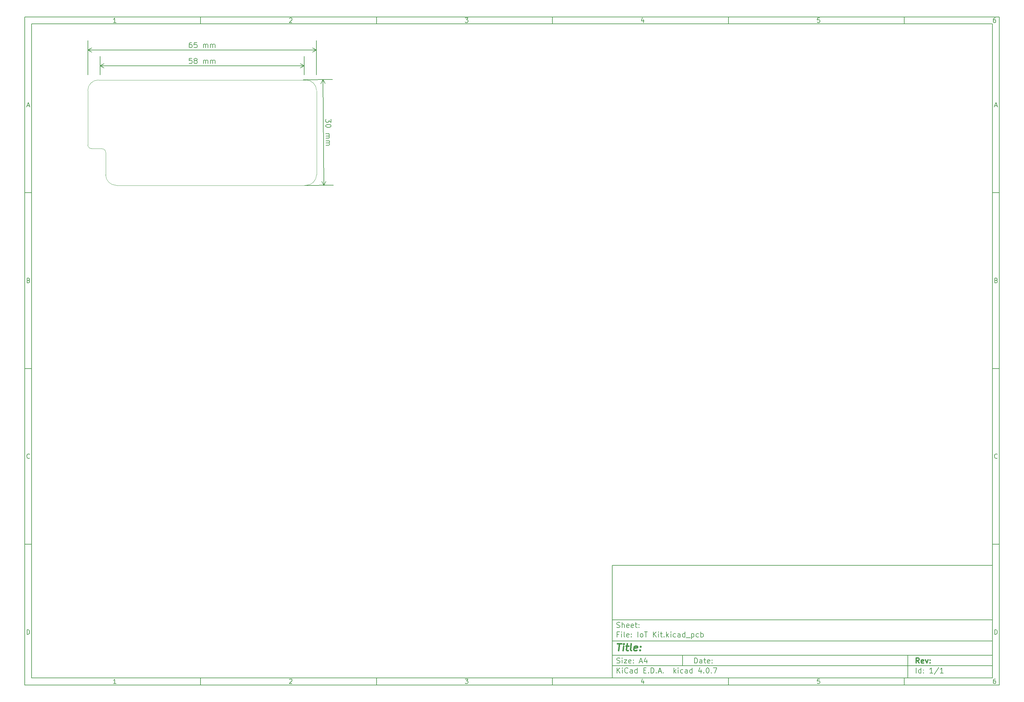
<source format=gbr>
G04 #@! TF.FileFunction,Drawing*
%FSLAX46Y46*%
G04 Gerber Fmt 4.6, Leading zero omitted, Abs format (unit mm)*
G04 Created by KiCad (PCBNEW 4.0.7) date Thursday 07 December 2017 'o51' 11:51:57*
%MOMM*%
%LPD*%
G01*
G04 APERTURE LIST*
%ADD10C,0.100000*%
%ADD11C,0.150000*%
%ADD12C,0.300000*%
%ADD13C,0.400000*%
G04 APERTURE END LIST*
D10*
D11*
X177002200Y-166007200D02*
X177002200Y-198007200D01*
X285002200Y-198007200D01*
X285002200Y-166007200D01*
X177002200Y-166007200D01*
D10*
D11*
X10000000Y-10000000D02*
X10000000Y-200007200D01*
X287002200Y-200007200D01*
X287002200Y-10000000D01*
X10000000Y-10000000D01*
D10*
D11*
X12000000Y-12000000D02*
X12000000Y-198007200D01*
X285002200Y-198007200D01*
X285002200Y-12000000D01*
X12000000Y-12000000D01*
D10*
D11*
X60000000Y-12000000D02*
X60000000Y-10000000D01*
D10*
D11*
X110000000Y-12000000D02*
X110000000Y-10000000D01*
D10*
D11*
X160000000Y-12000000D02*
X160000000Y-10000000D01*
D10*
D11*
X210000000Y-12000000D02*
X210000000Y-10000000D01*
D10*
D11*
X260000000Y-12000000D02*
X260000000Y-10000000D01*
D10*
D11*
X35990476Y-11588095D02*
X35247619Y-11588095D01*
X35619048Y-11588095D02*
X35619048Y-10288095D01*
X35495238Y-10473810D01*
X35371429Y-10597619D01*
X35247619Y-10659524D01*
D10*
D11*
X85247619Y-10411905D02*
X85309524Y-10350000D01*
X85433333Y-10288095D01*
X85742857Y-10288095D01*
X85866667Y-10350000D01*
X85928571Y-10411905D01*
X85990476Y-10535714D01*
X85990476Y-10659524D01*
X85928571Y-10845238D01*
X85185714Y-11588095D01*
X85990476Y-11588095D01*
D10*
D11*
X135185714Y-10288095D02*
X135990476Y-10288095D01*
X135557143Y-10783333D01*
X135742857Y-10783333D01*
X135866667Y-10845238D01*
X135928571Y-10907143D01*
X135990476Y-11030952D01*
X135990476Y-11340476D01*
X135928571Y-11464286D01*
X135866667Y-11526190D01*
X135742857Y-11588095D01*
X135371429Y-11588095D01*
X135247619Y-11526190D01*
X135185714Y-11464286D01*
D10*
D11*
X185866667Y-10721429D02*
X185866667Y-11588095D01*
X185557143Y-10226190D02*
X185247619Y-11154762D01*
X186052381Y-11154762D01*
D10*
D11*
X235928571Y-10288095D02*
X235309524Y-10288095D01*
X235247619Y-10907143D01*
X235309524Y-10845238D01*
X235433333Y-10783333D01*
X235742857Y-10783333D01*
X235866667Y-10845238D01*
X235928571Y-10907143D01*
X235990476Y-11030952D01*
X235990476Y-11340476D01*
X235928571Y-11464286D01*
X235866667Y-11526190D01*
X235742857Y-11588095D01*
X235433333Y-11588095D01*
X235309524Y-11526190D01*
X235247619Y-11464286D01*
D10*
D11*
X285866667Y-10288095D02*
X285619048Y-10288095D01*
X285495238Y-10350000D01*
X285433333Y-10411905D01*
X285309524Y-10597619D01*
X285247619Y-10845238D01*
X285247619Y-11340476D01*
X285309524Y-11464286D01*
X285371429Y-11526190D01*
X285495238Y-11588095D01*
X285742857Y-11588095D01*
X285866667Y-11526190D01*
X285928571Y-11464286D01*
X285990476Y-11340476D01*
X285990476Y-11030952D01*
X285928571Y-10907143D01*
X285866667Y-10845238D01*
X285742857Y-10783333D01*
X285495238Y-10783333D01*
X285371429Y-10845238D01*
X285309524Y-10907143D01*
X285247619Y-11030952D01*
D10*
D11*
X60000000Y-198007200D02*
X60000000Y-200007200D01*
D10*
D11*
X110000000Y-198007200D02*
X110000000Y-200007200D01*
D10*
D11*
X160000000Y-198007200D02*
X160000000Y-200007200D01*
D10*
D11*
X210000000Y-198007200D02*
X210000000Y-200007200D01*
D10*
D11*
X260000000Y-198007200D02*
X260000000Y-200007200D01*
D10*
D11*
X35990476Y-199595295D02*
X35247619Y-199595295D01*
X35619048Y-199595295D02*
X35619048Y-198295295D01*
X35495238Y-198481010D01*
X35371429Y-198604819D01*
X35247619Y-198666724D01*
D10*
D11*
X85247619Y-198419105D02*
X85309524Y-198357200D01*
X85433333Y-198295295D01*
X85742857Y-198295295D01*
X85866667Y-198357200D01*
X85928571Y-198419105D01*
X85990476Y-198542914D01*
X85990476Y-198666724D01*
X85928571Y-198852438D01*
X85185714Y-199595295D01*
X85990476Y-199595295D01*
D10*
D11*
X135185714Y-198295295D02*
X135990476Y-198295295D01*
X135557143Y-198790533D01*
X135742857Y-198790533D01*
X135866667Y-198852438D01*
X135928571Y-198914343D01*
X135990476Y-199038152D01*
X135990476Y-199347676D01*
X135928571Y-199471486D01*
X135866667Y-199533390D01*
X135742857Y-199595295D01*
X135371429Y-199595295D01*
X135247619Y-199533390D01*
X135185714Y-199471486D01*
D10*
D11*
X185866667Y-198728629D02*
X185866667Y-199595295D01*
X185557143Y-198233390D02*
X185247619Y-199161962D01*
X186052381Y-199161962D01*
D10*
D11*
X235928571Y-198295295D02*
X235309524Y-198295295D01*
X235247619Y-198914343D01*
X235309524Y-198852438D01*
X235433333Y-198790533D01*
X235742857Y-198790533D01*
X235866667Y-198852438D01*
X235928571Y-198914343D01*
X235990476Y-199038152D01*
X235990476Y-199347676D01*
X235928571Y-199471486D01*
X235866667Y-199533390D01*
X235742857Y-199595295D01*
X235433333Y-199595295D01*
X235309524Y-199533390D01*
X235247619Y-199471486D01*
D10*
D11*
X285866667Y-198295295D02*
X285619048Y-198295295D01*
X285495238Y-198357200D01*
X285433333Y-198419105D01*
X285309524Y-198604819D01*
X285247619Y-198852438D01*
X285247619Y-199347676D01*
X285309524Y-199471486D01*
X285371429Y-199533390D01*
X285495238Y-199595295D01*
X285742857Y-199595295D01*
X285866667Y-199533390D01*
X285928571Y-199471486D01*
X285990476Y-199347676D01*
X285990476Y-199038152D01*
X285928571Y-198914343D01*
X285866667Y-198852438D01*
X285742857Y-198790533D01*
X285495238Y-198790533D01*
X285371429Y-198852438D01*
X285309524Y-198914343D01*
X285247619Y-199038152D01*
D10*
D11*
X10000000Y-60000000D02*
X12000000Y-60000000D01*
D10*
D11*
X10000000Y-110000000D02*
X12000000Y-110000000D01*
D10*
D11*
X10000000Y-160000000D02*
X12000000Y-160000000D01*
D10*
D11*
X10690476Y-35216667D02*
X11309524Y-35216667D01*
X10566667Y-35588095D02*
X11000000Y-34288095D01*
X11433333Y-35588095D01*
D10*
D11*
X11092857Y-84907143D02*
X11278571Y-84969048D01*
X11340476Y-85030952D01*
X11402381Y-85154762D01*
X11402381Y-85340476D01*
X11340476Y-85464286D01*
X11278571Y-85526190D01*
X11154762Y-85588095D01*
X10659524Y-85588095D01*
X10659524Y-84288095D01*
X11092857Y-84288095D01*
X11216667Y-84350000D01*
X11278571Y-84411905D01*
X11340476Y-84535714D01*
X11340476Y-84659524D01*
X11278571Y-84783333D01*
X11216667Y-84845238D01*
X11092857Y-84907143D01*
X10659524Y-84907143D01*
D10*
D11*
X11402381Y-135464286D02*
X11340476Y-135526190D01*
X11154762Y-135588095D01*
X11030952Y-135588095D01*
X10845238Y-135526190D01*
X10721429Y-135402381D01*
X10659524Y-135278571D01*
X10597619Y-135030952D01*
X10597619Y-134845238D01*
X10659524Y-134597619D01*
X10721429Y-134473810D01*
X10845238Y-134350000D01*
X11030952Y-134288095D01*
X11154762Y-134288095D01*
X11340476Y-134350000D01*
X11402381Y-134411905D01*
D10*
D11*
X10659524Y-185588095D02*
X10659524Y-184288095D01*
X10969048Y-184288095D01*
X11154762Y-184350000D01*
X11278571Y-184473810D01*
X11340476Y-184597619D01*
X11402381Y-184845238D01*
X11402381Y-185030952D01*
X11340476Y-185278571D01*
X11278571Y-185402381D01*
X11154762Y-185526190D01*
X10969048Y-185588095D01*
X10659524Y-185588095D01*
D10*
D11*
X287002200Y-60000000D02*
X285002200Y-60000000D01*
D10*
D11*
X287002200Y-110000000D02*
X285002200Y-110000000D01*
D10*
D11*
X287002200Y-160000000D02*
X285002200Y-160000000D01*
D10*
D11*
X285692676Y-35216667D02*
X286311724Y-35216667D01*
X285568867Y-35588095D02*
X286002200Y-34288095D01*
X286435533Y-35588095D01*
D10*
D11*
X286095057Y-84907143D02*
X286280771Y-84969048D01*
X286342676Y-85030952D01*
X286404581Y-85154762D01*
X286404581Y-85340476D01*
X286342676Y-85464286D01*
X286280771Y-85526190D01*
X286156962Y-85588095D01*
X285661724Y-85588095D01*
X285661724Y-84288095D01*
X286095057Y-84288095D01*
X286218867Y-84350000D01*
X286280771Y-84411905D01*
X286342676Y-84535714D01*
X286342676Y-84659524D01*
X286280771Y-84783333D01*
X286218867Y-84845238D01*
X286095057Y-84907143D01*
X285661724Y-84907143D01*
D10*
D11*
X286404581Y-135464286D02*
X286342676Y-135526190D01*
X286156962Y-135588095D01*
X286033152Y-135588095D01*
X285847438Y-135526190D01*
X285723629Y-135402381D01*
X285661724Y-135278571D01*
X285599819Y-135030952D01*
X285599819Y-134845238D01*
X285661724Y-134597619D01*
X285723629Y-134473810D01*
X285847438Y-134350000D01*
X286033152Y-134288095D01*
X286156962Y-134288095D01*
X286342676Y-134350000D01*
X286404581Y-134411905D01*
D10*
D11*
X285661724Y-185588095D02*
X285661724Y-184288095D01*
X285971248Y-184288095D01*
X286156962Y-184350000D01*
X286280771Y-184473810D01*
X286342676Y-184597619D01*
X286404581Y-184845238D01*
X286404581Y-185030952D01*
X286342676Y-185278571D01*
X286280771Y-185402381D01*
X286156962Y-185526190D01*
X285971248Y-185588095D01*
X285661724Y-185588095D01*
D10*
D11*
X200359343Y-193785771D02*
X200359343Y-192285771D01*
X200716486Y-192285771D01*
X200930771Y-192357200D01*
X201073629Y-192500057D01*
X201145057Y-192642914D01*
X201216486Y-192928629D01*
X201216486Y-193142914D01*
X201145057Y-193428629D01*
X201073629Y-193571486D01*
X200930771Y-193714343D01*
X200716486Y-193785771D01*
X200359343Y-193785771D01*
X202502200Y-193785771D02*
X202502200Y-193000057D01*
X202430771Y-192857200D01*
X202287914Y-192785771D01*
X202002200Y-192785771D01*
X201859343Y-192857200D01*
X202502200Y-193714343D02*
X202359343Y-193785771D01*
X202002200Y-193785771D01*
X201859343Y-193714343D01*
X201787914Y-193571486D01*
X201787914Y-193428629D01*
X201859343Y-193285771D01*
X202002200Y-193214343D01*
X202359343Y-193214343D01*
X202502200Y-193142914D01*
X203002200Y-192785771D02*
X203573629Y-192785771D01*
X203216486Y-192285771D02*
X203216486Y-193571486D01*
X203287914Y-193714343D01*
X203430772Y-193785771D01*
X203573629Y-193785771D01*
X204645057Y-193714343D02*
X204502200Y-193785771D01*
X204216486Y-193785771D01*
X204073629Y-193714343D01*
X204002200Y-193571486D01*
X204002200Y-193000057D01*
X204073629Y-192857200D01*
X204216486Y-192785771D01*
X204502200Y-192785771D01*
X204645057Y-192857200D01*
X204716486Y-193000057D01*
X204716486Y-193142914D01*
X204002200Y-193285771D01*
X205359343Y-193642914D02*
X205430771Y-193714343D01*
X205359343Y-193785771D01*
X205287914Y-193714343D01*
X205359343Y-193642914D01*
X205359343Y-193785771D01*
X205359343Y-192857200D02*
X205430771Y-192928629D01*
X205359343Y-193000057D01*
X205287914Y-192928629D01*
X205359343Y-192857200D01*
X205359343Y-193000057D01*
D10*
D11*
X177002200Y-194507200D02*
X285002200Y-194507200D01*
D10*
D11*
X178359343Y-196585771D02*
X178359343Y-195085771D01*
X179216486Y-196585771D02*
X178573629Y-195728629D01*
X179216486Y-195085771D02*
X178359343Y-195942914D01*
X179859343Y-196585771D02*
X179859343Y-195585771D01*
X179859343Y-195085771D02*
X179787914Y-195157200D01*
X179859343Y-195228629D01*
X179930771Y-195157200D01*
X179859343Y-195085771D01*
X179859343Y-195228629D01*
X181430772Y-196442914D02*
X181359343Y-196514343D01*
X181145057Y-196585771D01*
X181002200Y-196585771D01*
X180787915Y-196514343D01*
X180645057Y-196371486D01*
X180573629Y-196228629D01*
X180502200Y-195942914D01*
X180502200Y-195728629D01*
X180573629Y-195442914D01*
X180645057Y-195300057D01*
X180787915Y-195157200D01*
X181002200Y-195085771D01*
X181145057Y-195085771D01*
X181359343Y-195157200D01*
X181430772Y-195228629D01*
X182716486Y-196585771D02*
X182716486Y-195800057D01*
X182645057Y-195657200D01*
X182502200Y-195585771D01*
X182216486Y-195585771D01*
X182073629Y-195657200D01*
X182716486Y-196514343D02*
X182573629Y-196585771D01*
X182216486Y-196585771D01*
X182073629Y-196514343D01*
X182002200Y-196371486D01*
X182002200Y-196228629D01*
X182073629Y-196085771D01*
X182216486Y-196014343D01*
X182573629Y-196014343D01*
X182716486Y-195942914D01*
X184073629Y-196585771D02*
X184073629Y-195085771D01*
X184073629Y-196514343D02*
X183930772Y-196585771D01*
X183645058Y-196585771D01*
X183502200Y-196514343D01*
X183430772Y-196442914D01*
X183359343Y-196300057D01*
X183359343Y-195871486D01*
X183430772Y-195728629D01*
X183502200Y-195657200D01*
X183645058Y-195585771D01*
X183930772Y-195585771D01*
X184073629Y-195657200D01*
X185930772Y-195800057D02*
X186430772Y-195800057D01*
X186645058Y-196585771D02*
X185930772Y-196585771D01*
X185930772Y-195085771D01*
X186645058Y-195085771D01*
X187287915Y-196442914D02*
X187359343Y-196514343D01*
X187287915Y-196585771D01*
X187216486Y-196514343D01*
X187287915Y-196442914D01*
X187287915Y-196585771D01*
X188002201Y-196585771D02*
X188002201Y-195085771D01*
X188359344Y-195085771D01*
X188573629Y-195157200D01*
X188716487Y-195300057D01*
X188787915Y-195442914D01*
X188859344Y-195728629D01*
X188859344Y-195942914D01*
X188787915Y-196228629D01*
X188716487Y-196371486D01*
X188573629Y-196514343D01*
X188359344Y-196585771D01*
X188002201Y-196585771D01*
X189502201Y-196442914D02*
X189573629Y-196514343D01*
X189502201Y-196585771D01*
X189430772Y-196514343D01*
X189502201Y-196442914D01*
X189502201Y-196585771D01*
X190145058Y-196157200D02*
X190859344Y-196157200D01*
X190002201Y-196585771D02*
X190502201Y-195085771D01*
X191002201Y-196585771D01*
X191502201Y-196442914D02*
X191573629Y-196514343D01*
X191502201Y-196585771D01*
X191430772Y-196514343D01*
X191502201Y-196442914D01*
X191502201Y-196585771D01*
X194502201Y-196585771D02*
X194502201Y-195085771D01*
X194645058Y-196014343D02*
X195073629Y-196585771D01*
X195073629Y-195585771D02*
X194502201Y-196157200D01*
X195716487Y-196585771D02*
X195716487Y-195585771D01*
X195716487Y-195085771D02*
X195645058Y-195157200D01*
X195716487Y-195228629D01*
X195787915Y-195157200D01*
X195716487Y-195085771D01*
X195716487Y-195228629D01*
X197073630Y-196514343D02*
X196930773Y-196585771D01*
X196645059Y-196585771D01*
X196502201Y-196514343D01*
X196430773Y-196442914D01*
X196359344Y-196300057D01*
X196359344Y-195871486D01*
X196430773Y-195728629D01*
X196502201Y-195657200D01*
X196645059Y-195585771D01*
X196930773Y-195585771D01*
X197073630Y-195657200D01*
X198359344Y-196585771D02*
X198359344Y-195800057D01*
X198287915Y-195657200D01*
X198145058Y-195585771D01*
X197859344Y-195585771D01*
X197716487Y-195657200D01*
X198359344Y-196514343D02*
X198216487Y-196585771D01*
X197859344Y-196585771D01*
X197716487Y-196514343D01*
X197645058Y-196371486D01*
X197645058Y-196228629D01*
X197716487Y-196085771D01*
X197859344Y-196014343D01*
X198216487Y-196014343D01*
X198359344Y-195942914D01*
X199716487Y-196585771D02*
X199716487Y-195085771D01*
X199716487Y-196514343D02*
X199573630Y-196585771D01*
X199287916Y-196585771D01*
X199145058Y-196514343D01*
X199073630Y-196442914D01*
X199002201Y-196300057D01*
X199002201Y-195871486D01*
X199073630Y-195728629D01*
X199145058Y-195657200D01*
X199287916Y-195585771D01*
X199573630Y-195585771D01*
X199716487Y-195657200D01*
X202216487Y-195585771D02*
X202216487Y-196585771D01*
X201859344Y-195014343D02*
X201502201Y-196085771D01*
X202430773Y-196085771D01*
X203002201Y-196442914D02*
X203073629Y-196514343D01*
X203002201Y-196585771D01*
X202930772Y-196514343D01*
X203002201Y-196442914D01*
X203002201Y-196585771D01*
X204002201Y-195085771D02*
X204145058Y-195085771D01*
X204287915Y-195157200D01*
X204359344Y-195228629D01*
X204430773Y-195371486D01*
X204502201Y-195657200D01*
X204502201Y-196014343D01*
X204430773Y-196300057D01*
X204359344Y-196442914D01*
X204287915Y-196514343D01*
X204145058Y-196585771D01*
X204002201Y-196585771D01*
X203859344Y-196514343D01*
X203787915Y-196442914D01*
X203716487Y-196300057D01*
X203645058Y-196014343D01*
X203645058Y-195657200D01*
X203716487Y-195371486D01*
X203787915Y-195228629D01*
X203859344Y-195157200D01*
X204002201Y-195085771D01*
X205145058Y-196442914D02*
X205216486Y-196514343D01*
X205145058Y-196585771D01*
X205073629Y-196514343D01*
X205145058Y-196442914D01*
X205145058Y-196585771D01*
X205716487Y-195085771D02*
X206716487Y-195085771D01*
X206073630Y-196585771D01*
D10*
D11*
X177002200Y-191507200D02*
X285002200Y-191507200D01*
D10*
D12*
X264216486Y-193785771D02*
X263716486Y-193071486D01*
X263359343Y-193785771D02*
X263359343Y-192285771D01*
X263930771Y-192285771D01*
X264073629Y-192357200D01*
X264145057Y-192428629D01*
X264216486Y-192571486D01*
X264216486Y-192785771D01*
X264145057Y-192928629D01*
X264073629Y-193000057D01*
X263930771Y-193071486D01*
X263359343Y-193071486D01*
X265430771Y-193714343D02*
X265287914Y-193785771D01*
X265002200Y-193785771D01*
X264859343Y-193714343D01*
X264787914Y-193571486D01*
X264787914Y-193000057D01*
X264859343Y-192857200D01*
X265002200Y-192785771D01*
X265287914Y-192785771D01*
X265430771Y-192857200D01*
X265502200Y-193000057D01*
X265502200Y-193142914D01*
X264787914Y-193285771D01*
X266002200Y-192785771D02*
X266359343Y-193785771D01*
X266716485Y-192785771D01*
X267287914Y-193642914D02*
X267359342Y-193714343D01*
X267287914Y-193785771D01*
X267216485Y-193714343D01*
X267287914Y-193642914D01*
X267287914Y-193785771D01*
X267287914Y-192857200D02*
X267359342Y-192928629D01*
X267287914Y-193000057D01*
X267216485Y-192928629D01*
X267287914Y-192857200D01*
X267287914Y-193000057D01*
D10*
D11*
X178287914Y-193714343D02*
X178502200Y-193785771D01*
X178859343Y-193785771D01*
X179002200Y-193714343D01*
X179073629Y-193642914D01*
X179145057Y-193500057D01*
X179145057Y-193357200D01*
X179073629Y-193214343D01*
X179002200Y-193142914D01*
X178859343Y-193071486D01*
X178573629Y-193000057D01*
X178430771Y-192928629D01*
X178359343Y-192857200D01*
X178287914Y-192714343D01*
X178287914Y-192571486D01*
X178359343Y-192428629D01*
X178430771Y-192357200D01*
X178573629Y-192285771D01*
X178930771Y-192285771D01*
X179145057Y-192357200D01*
X179787914Y-193785771D02*
X179787914Y-192785771D01*
X179787914Y-192285771D02*
X179716485Y-192357200D01*
X179787914Y-192428629D01*
X179859342Y-192357200D01*
X179787914Y-192285771D01*
X179787914Y-192428629D01*
X180359343Y-192785771D02*
X181145057Y-192785771D01*
X180359343Y-193785771D01*
X181145057Y-193785771D01*
X182287914Y-193714343D02*
X182145057Y-193785771D01*
X181859343Y-193785771D01*
X181716486Y-193714343D01*
X181645057Y-193571486D01*
X181645057Y-193000057D01*
X181716486Y-192857200D01*
X181859343Y-192785771D01*
X182145057Y-192785771D01*
X182287914Y-192857200D01*
X182359343Y-193000057D01*
X182359343Y-193142914D01*
X181645057Y-193285771D01*
X183002200Y-193642914D02*
X183073628Y-193714343D01*
X183002200Y-193785771D01*
X182930771Y-193714343D01*
X183002200Y-193642914D01*
X183002200Y-193785771D01*
X183002200Y-192857200D02*
X183073628Y-192928629D01*
X183002200Y-193000057D01*
X182930771Y-192928629D01*
X183002200Y-192857200D01*
X183002200Y-193000057D01*
X184787914Y-193357200D02*
X185502200Y-193357200D01*
X184645057Y-193785771D02*
X185145057Y-192285771D01*
X185645057Y-193785771D01*
X186787914Y-192785771D02*
X186787914Y-193785771D01*
X186430771Y-192214343D02*
X186073628Y-193285771D01*
X187002200Y-193285771D01*
D10*
D11*
X263359343Y-196585771D02*
X263359343Y-195085771D01*
X264716486Y-196585771D02*
X264716486Y-195085771D01*
X264716486Y-196514343D02*
X264573629Y-196585771D01*
X264287915Y-196585771D01*
X264145057Y-196514343D01*
X264073629Y-196442914D01*
X264002200Y-196300057D01*
X264002200Y-195871486D01*
X264073629Y-195728629D01*
X264145057Y-195657200D01*
X264287915Y-195585771D01*
X264573629Y-195585771D01*
X264716486Y-195657200D01*
X265430772Y-196442914D02*
X265502200Y-196514343D01*
X265430772Y-196585771D01*
X265359343Y-196514343D01*
X265430772Y-196442914D01*
X265430772Y-196585771D01*
X265430772Y-195657200D02*
X265502200Y-195728629D01*
X265430772Y-195800057D01*
X265359343Y-195728629D01*
X265430772Y-195657200D01*
X265430772Y-195800057D01*
X268073629Y-196585771D02*
X267216486Y-196585771D01*
X267645058Y-196585771D02*
X267645058Y-195085771D01*
X267502201Y-195300057D01*
X267359343Y-195442914D01*
X267216486Y-195514343D01*
X269787914Y-195014343D02*
X268502200Y-196942914D01*
X271073629Y-196585771D02*
X270216486Y-196585771D01*
X270645058Y-196585771D02*
X270645058Y-195085771D01*
X270502201Y-195300057D01*
X270359343Y-195442914D01*
X270216486Y-195514343D01*
D10*
D11*
X177002200Y-187507200D02*
X285002200Y-187507200D01*
D10*
D13*
X178454581Y-188211962D02*
X179597438Y-188211962D01*
X178776010Y-190211962D02*
X179026010Y-188211962D01*
X180014105Y-190211962D02*
X180180771Y-188878629D01*
X180264105Y-188211962D02*
X180156962Y-188307200D01*
X180240295Y-188402438D01*
X180347439Y-188307200D01*
X180264105Y-188211962D01*
X180240295Y-188402438D01*
X180847438Y-188878629D02*
X181609343Y-188878629D01*
X181216486Y-188211962D02*
X181002200Y-189926248D01*
X181073630Y-190116724D01*
X181252201Y-190211962D01*
X181442677Y-190211962D01*
X182395058Y-190211962D02*
X182216487Y-190116724D01*
X182145057Y-189926248D01*
X182359343Y-188211962D01*
X183930772Y-190116724D02*
X183728391Y-190211962D01*
X183347439Y-190211962D01*
X183168867Y-190116724D01*
X183097438Y-189926248D01*
X183192676Y-189164343D01*
X183311724Y-188973867D01*
X183514105Y-188878629D01*
X183895057Y-188878629D01*
X184073629Y-188973867D01*
X184145057Y-189164343D01*
X184121248Y-189354819D01*
X183145057Y-189545295D01*
X184895057Y-190021486D02*
X184978392Y-190116724D01*
X184871248Y-190211962D01*
X184787915Y-190116724D01*
X184895057Y-190021486D01*
X184871248Y-190211962D01*
X185026010Y-188973867D02*
X185109344Y-189069105D01*
X185002200Y-189164343D01*
X184918867Y-189069105D01*
X185026010Y-188973867D01*
X185002200Y-189164343D01*
D10*
D11*
X178859343Y-185600057D02*
X178359343Y-185600057D01*
X178359343Y-186385771D02*
X178359343Y-184885771D01*
X179073629Y-184885771D01*
X179645057Y-186385771D02*
X179645057Y-185385771D01*
X179645057Y-184885771D02*
X179573628Y-184957200D01*
X179645057Y-185028629D01*
X179716485Y-184957200D01*
X179645057Y-184885771D01*
X179645057Y-185028629D01*
X180573629Y-186385771D02*
X180430771Y-186314343D01*
X180359343Y-186171486D01*
X180359343Y-184885771D01*
X181716485Y-186314343D02*
X181573628Y-186385771D01*
X181287914Y-186385771D01*
X181145057Y-186314343D01*
X181073628Y-186171486D01*
X181073628Y-185600057D01*
X181145057Y-185457200D01*
X181287914Y-185385771D01*
X181573628Y-185385771D01*
X181716485Y-185457200D01*
X181787914Y-185600057D01*
X181787914Y-185742914D01*
X181073628Y-185885771D01*
X182430771Y-186242914D02*
X182502199Y-186314343D01*
X182430771Y-186385771D01*
X182359342Y-186314343D01*
X182430771Y-186242914D01*
X182430771Y-186385771D01*
X182430771Y-185457200D02*
X182502199Y-185528629D01*
X182430771Y-185600057D01*
X182359342Y-185528629D01*
X182430771Y-185457200D01*
X182430771Y-185600057D01*
X184287914Y-186385771D02*
X184287914Y-184885771D01*
X185216486Y-186385771D02*
X185073628Y-186314343D01*
X185002200Y-186242914D01*
X184930771Y-186100057D01*
X184930771Y-185671486D01*
X185002200Y-185528629D01*
X185073628Y-185457200D01*
X185216486Y-185385771D01*
X185430771Y-185385771D01*
X185573628Y-185457200D01*
X185645057Y-185528629D01*
X185716486Y-185671486D01*
X185716486Y-186100057D01*
X185645057Y-186242914D01*
X185573628Y-186314343D01*
X185430771Y-186385771D01*
X185216486Y-186385771D01*
X186145057Y-184885771D02*
X187002200Y-184885771D01*
X186573629Y-186385771D02*
X186573629Y-184885771D01*
X188645057Y-186385771D02*
X188645057Y-184885771D01*
X189502200Y-186385771D02*
X188859343Y-185528629D01*
X189502200Y-184885771D02*
X188645057Y-185742914D01*
X190145057Y-186385771D02*
X190145057Y-185385771D01*
X190145057Y-184885771D02*
X190073628Y-184957200D01*
X190145057Y-185028629D01*
X190216485Y-184957200D01*
X190145057Y-184885771D01*
X190145057Y-185028629D01*
X190645057Y-185385771D02*
X191216486Y-185385771D01*
X190859343Y-184885771D02*
X190859343Y-186171486D01*
X190930771Y-186314343D01*
X191073629Y-186385771D01*
X191216486Y-186385771D01*
X191716486Y-186242914D02*
X191787914Y-186314343D01*
X191716486Y-186385771D01*
X191645057Y-186314343D01*
X191716486Y-186242914D01*
X191716486Y-186385771D01*
X192430772Y-186385771D02*
X192430772Y-184885771D01*
X192573629Y-185814343D02*
X193002200Y-186385771D01*
X193002200Y-185385771D02*
X192430772Y-185957200D01*
X193645058Y-186385771D02*
X193645058Y-185385771D01*
X193645058Y-184885771D02*
X193573629Y-184957200D01*
X193645058Y-185028629D01*
X193716486Y-184957200D01*
X193645058Y-184885771D01*
X193645058Y-185028629D01*
X195002201Y-186314343D02*
X194859344Y-186385771D01*
X194573630Y-186385771D01*
X194430772Y-186314343D01*
X194359344Y-186242914D01*
X194287915Y-186100057D01*
X194287915Y-185671486D01*
X194359344Y-185528629D01*
X194430772Y-185457200D01*
X194573630Y-185385771D01*
X194859344Y-185385771D01*
X195002201Y-185457200D01*
X196287915Y-186385771D02*
X196287915Y-185600057D01*
X196216486Y-185457200D01*
X196073629Y-185385771D01*
X195787915Y-185385771D01*
X195645058Y-185457200D01*
X196287915Y-186314343D02*
X196145058Y-186385771D01*
X195787915Y-186385771D01*
X195645058Y-186314343D01*
X195573629Y-186171486D01*
X195573629Y-186028629D01*
X195645058Y-185885771D01*
X195787915Y-185814343D01*
X196145058Y-185814343D01*
X196287915Y-185742914D01*
X197645058Y-186385771D02*
X197645058Y-184885771D01*
X197645058Y-186314343D02*
X197502201Y-186385771D01*
X197216487Y-186385771D01*
X197073629Y-186314343D01*
X197002201Y-186242914D01*
X196930772Y-186100057D01*
X196930772Y-185671486D01*
X197002201Y-185528629D01*
X197073629Y-185457200D01*
X197216487Y-185385771D01*
X197502201Y-185385771D01*
X197645058Y-185457200D01*
X198002201Y-186528629D02*
X199145058Y-186528629D01*
X199502201Y-185385771D02*
X199502201Y-186885771D01*
X199502201Y-185457200D02*
X199645058Y-185385771D01*
X199930772Y-185385771D01*
X200073629Y-185457200D01*
X200145058Y-185528629D01*
X200216487Y-185671486D01*
X200216487Y-186100057D01*
X200145058Y-186242914D01*
X200073629Y-186314343D01*
X199930772Y-186385771D01*
X199645058Y-186385771D01*
X199502201Y-186314343D01*
X201502201Y-186314343D02*
X201359344Y-186385771D01*
X201073630Y-186385771D01*
X200930772Y-186314343D01*
X200859344Y-186242914D01*
X200787915Y-186100057D01*
X200787915Y-185671486D01*
X200859344Y-185528629D01*
X200930772Y-185457200D01*
X201073630Y-185385771D01*
X201359344Y-185385771D01*
X201502201Y-185457200D01*
X202145058Y-186385771D02*
X202145058Y-184885771D01*
X202145058Y-185457200D02*
X202287915Y-185385771D01*
X202573629Y-185385771D01*
X202716486Y-185457200D01*
X202787915Y-185528629D01*
X202859344Y-185671486D01*
X202859344Y-186100057D01*
X202787915Y-186242914D01*
X202716486Y-186314343D01*
X202573629Y-186385771D01*
X202287915Y-186385771D01*
X202145058Y-186314343D01*
D10*
D11*
X177002200Y-181507200D02*
X285002200Y-181507200D01*
D10*
D11*
X178287914Y-183614343D02*
X178502200Y-183685771D01*
X178859343Y-183685771D01*
X179002200Y-183614343D01*
X179073629Y-183542914D01*
X179145057Y-183400057D01*
X179145057Y-183257200D01*
X179073629Y-183114343D01*
X179002200Y-183042914D01*
X178859343Y-182971486D01*
X178573629Y-182900057D01*
X178430771Y-182828629D01*
X178359343Y-182757200D01*
X178287914Y-182614343D01*
X178287914Y-182471486D01*
X178359343Y-182328629D01*
X178430771Y-182257200D01*
X178573629Y-182185771D01*
X178930771Y-182185771D01*
X179145057Y-182257200D01*
X179787914Y-183685771D02*
X179787914Y-182185771D01*
X180430771Y-183685771D02*
X180430771Y-182900057D01*
X180359342Y-182757200D01*
X180216485Y-182685771D01*
X180002200Y-182685771D01*
X179859342Y-182757200D01*
X179787914Y-182828629D01*
X181716485Y-183614343D02*
X181573628Y-183685771D01*
X181287914Y-183685771D01*
X181145057Y-183614343D01*
X181073628Y-183471486D01*
X181073628Y-182900057D01*
X181145057Y-182757200D01*
X181287914Y-182685771D01*
X181573628Y-182685771D01*
X181716485Y-182757200D01*
X181787914Y-182900057D01*
X181787914Y-183042914D01*
X181073628Y-183185771D01*
X183002199Y-183614343D02*
X182859342Y-183685771D01*
X182573628Y-183685771D01*
X182430771Y-183614343D01*
X182359342Y-183471486D01*
X182359342Y-182900057D01*
X182430771Y-182757200D01*
X182573628Y-182685771D01*
X182859342Y-182685771D01*
X183002199Y-182757200D01*
X183073628Y-182900057D01*
X183073628Y-183042914D01*
X182359342Y-183185771D01*
X183502199Y-182685771D02*
X184073628Y-182685771D01*
X183716485Y-182185771D02*
X183716485Y-183471486D01*
X183787913Y-183614343D01*
X183930771Y-183685771D01*
X184073628Y-183685771D01*
X184573628Y-183542914D02*
X184645056Y-183614343D01*
X184573628Y-183685771D01*
X184502199Y-183614343D01*
X184573628Y-183542914D01*
X184573628Y-183685771D01*
X184573628Y-182757200D02*
X184645056Y-182828629D01*
X184573628Y-182900057D01*
X184502199Y-182828629D01*
X184573628Y-182757200D01*
X184573628Y-182900057D01*
D10*
D11*
X197002200Y-191507200D02*
X197002200Y-194507200D01*
D10*
D11*
X261002200Y-191507200D02*
X261002200Y-198007200D01*
X97033522Y-39059303D02*
X97043316Y-39987823D01*
X96466645Y-39493878D01*
X96468905Y-39708152D01*
X96398987Y-39851754D01*
X96328317Y-39923933D01*
X96186221Y-39996864D01*
X95829098Y-40000631D01*
X95685495Y-39930714D01*
X95613317Y-39860042D01*
X95540386Y-39717946D01*
X95535866Y-39289398D01*
X95605783Y-39145796D01*
X95676454Y-39073618D01*
X97053111Y-40916342D02*
X97054618Y-41059191D01*
X96984700Y-41202793D01*
X96914028Y-41274972D01*
X96771932Y-41347904D01*
X96486988Y-41422341D01*
X96129864Y-41426109D01*
X95843413Y-41357698D01*
X95699810Y-41287780D01*
X95627632Y-41217108D01*
X95554701Y-41075013D01*
X95553194Y-40932164D01*
X95623111Y-40788561D01*
X95693783Y-40716383D01*
X95835879Y-40643452D01*
X96120823Y-40569013D01*
X96477947Y-40565246D01*
X96764398Y-40633658D01*
X96908001Y-40703575D01*
X96980179Y-40774246D01*
X97053111Y-40916342D01*
X95577304Y-43217751D02*
X96577248Y-43207203D01*
X96434398Y-43208710D02*
X96506577Y-43279380D01*
X96579509Y-43421477D01*
X96581769Y-43635750D01*
X96511851Y-43779352D01*
X96369755Y-43852284D01*
X95584085Y-43860572D01*
X96369755Y-43852284D02*
X96513357Y-43922202D01*
X96586289Y-44064298D01*
X96588550Y-44278571D01*
X96518631Y-44422175D01*
X96376536Y-44495105D01*
X95590865Y-44503393D01*
X95598400Y-45217639D02*
X96598344Y-45207091D01*
X96455494Y-45208598D02*
X96527673Y-45279269D01*
X96600604Y-45421366D01*
X96602865Y-45635639D01*
X96532946Y-45779241D01*
X96390851Y-45852173D01*
X95605181Y-45860461D01*
X96390851Y-45852173D02*
X96534453Y-45922091D01*
X96607385Y-46064187D01*
X96609645Y-46278460D01*
X96539727Y-46422063D01*
X96397632Y-46494994D01*
X95611961Y-46503282D01*
X94743395Y-27818210D02*
X95060895Y-57917210D01*
X89217500Y-27876500D02*
X97443245Y-27789731D01*
X89535000Y-57975500D02*
X97760745Y-57888731D01*
X95060895Y-57917210D02*
X94462625Y-56796954D01*
X95060895Y-57917210D02*
X95635401Y-56784583D01*
X94743395Y-27818210D02*
X94168889Y-28950837D01*
X94743395Y-27818210D02*
X95341665Y-28938466D01*
D10*
X92964000Y-30988000D02*
X92964000Y-54864000D01*
X92940000Y-30932000D02*
G75*
G03X89940000Y-27932000I-3000000J0D01*
G01*
X89940000Y-57897000D02*
G75*
G03X92940000Y-54897000I0J3000000D01*
G01*
X36068000Y-57912000D02*
X89916000Y-57912000D01*
X33020000Y-48514000D02*
G75*
G03X32004000Y-47498000I-1016000J0D01*
G01*
X33020000Y-54991000D02*
X33020000Y-48514000D01*
X27940000Y-30962600D02*
X27940000Y-46456600D01*
X30940000Y-27932000D02*
X89940000Y-27932000D01*
X30940000Y-27932000D02*
G75*
G03X27940000Y-30932000I0J-3000000D01*
G01*
D11*
X57511430Y-21760571D02*
X56797144Y-21760571D01*
X56725715Y-22474857D01*
X56797144Y-22403429D01*
X56940001Y-22332000D01*
X57297144Y-22332000D01*
X57440001Y-22403429D01*
X57511430Y-22474857D01*
X57582858Y-22617714D01*
X57582858Y-22974857D01*
X57511430Y-23117714D01*
X57440001Y-23189143D01*
X57297144Y-23260571D01*
X56940001Y-23260571D01*
X56797144Y-23189143D01*
X56725715Y-23117714D01*
X58440001Y-22403429D02*
X58297143Y-22332000D01*
X58225715Y-22260571D01*
X58154286Y-22117714D01*
X58154286Y-22046286D01*
X58225715Y-21903429D01*
X58297143Y-21832000D01*
X58440001Y-21760571D01*
X58725715Y-21760571D01*
X58868572Y-21832000D01*
X58940001Y-21903429D01*
X59011429Y-22046286D01*
X59011429Y-22117714D01*
X58940001Y-22260571D01*
X58868572Y-22332000D01*
X58725715Y-22403429D01*
X58440001Y-22403429D01*
X58297143Y-22474857D01*
X58225715Y-22546286D01*
X58154286Y-22689143D01*
X58154286Y-22974857D01*
X58225715Y-23117714D01*
X58297143Y-23189143D01*
X58440001Y-23260571D01*
X58725715Y-23260571D01*
X58868572Y-23189143D01*
X58940001Y-23117714D01*
X59011429Y-22974857D01*
X59011429Y-22689143D01*
X58940001Y-22546286D01*
X58868572Y-22474857D01*
X58725715Y-22403429D01*
X60797143Y-23260571D02*
X60797143Y-22260571D01*
X60797143Y-22403429D02*
X60868571Y-22332000D01*
X61011429Y-22260571D01*
X61225714Y-22260571D01*
X61368571Y-22332000D01*
X61440000Y-22474857D01*
X61440000Y-23260571D01*
X61440000Y-22474857D02*
X61511429Y-22332000D01*
X61654286Y-22260571D01*
X61868571Y-22260571D01*
X62011429Y-22332000D01*
X62082857Y-22474857D01*
X62082857Y-23260571D01*
X62797143Y-23260571D02*
X62797143Y-22260571D01*
X62797143Y-22403429D02*
X62868571Y-22332000D01*
X63011429Y-22260571D01*
X63225714Y-22260571D01*
X63368571Y-22332000D01*
X63440000Y-22474857D01*
X63440000Y-23260571D01*
X63440000Y-22474857D02*
X63511429Y-22332000D01*
X63654286Y-22260571D01*
X63868571Y-22260571D01*
X64011429Y-22332000D01*
X64082857Y-22474857D01*
X64082857Y-23260571D01*
X31440000Y-23932000D02*
X89440000Y-23932000D01*
X31440000Y-26432000D02*
X31440000Y-21232000D01*
X89440000Y-26432000D02*
X89440000Y-21232000D01*
X89440000Y-23932000D02*
X88313496Y-24518421D01*
X89440000Y-23932000D02*
X88313496Y-23345579D01*
X31440000Y-23932000D02*
X32566504Y-24518421D01*
X31440000Y-23932000D02*
X32566504Y-23345579D01*
X57440001Y-17260571D02*
X57154287Y-17260571D01*
X57011430Y-17332000D01*
X56940001Y-17403429D01*
X56797144Y-17617714D01*
X56725715Y-17903429D01*
X56725715Y-18474857D01*
X56797144Y-18617714D01*
X56868572Y-18689143D01*
X57011430Y-18760571D01*
X57297144Y-18760571D01*
X57440001Y-18689143D01*
X57511430Y-18617714D01*
X57582858Y-18474857D01*
X57582858Y-18117714D01*
X57511430Y-17974857D01*
X57440001Y-17903429D01*
X57297144Y-17832000D01*
X57011430Y-17832000D01*
X56868572Y-17903429D01*
X56797144Y-17974857D01*
X56725715Y-18117714D01*
X58940001Y-17260571D02*
X58225715Y-17260571D01*
X58154286Y-17974857D01*
X58225715Y-17903429D01*
X58368572Y-17832000D01*
X58725715Y-17832000D01*
X58868572Y-17903429D01*
X58940001Y-17974857D01*
X59011429Y-18117714D01*
X59011429Y-18474857D01*
X58940001Y-18617714D01*
X58868572Y-18689143D01*
X58725715Y-18760571D01*
X58368572Y-18760571D01*
X58225715Y-18689143D01*
X58154286Y-18617714D01*
X60797143Y-18760571D02*
X60797143Y-17760571D01*
X60797143Y-17903429D02*
X60868571Y-17832000D01*
X61011429Y-17760571D01*
X61225714Y-17760571D01*
X61368571Y-17832000D01*
X61440000Y-17974857D01*
X61440000Y-18760571D01*
X61440000Y-17974857D02*
X61511429Y-17832000D01*
X61654286Y-17760571D01*
X61868571Y-17760571D01*
X62011429Y-17832000D01*
X62082857Y-17974857D01*
X62082857Y-18760571D01*
X62797143Y-18760571D02*
X62797143Y-17760571D01*
X62797143Y-17903429D02*
X62868571Y-17832000D01*
X63011429Y-17760571D01*
X63225714Y-17760571D01*
X63368571Y-17832000D01*
X63440000Y-17974857D01*
X63440000Y-18760571D01*
X63440000Y-17974857D02*
X63511429Y-17832000D01*
X63654286Y-17760571D01*
X63868571Y-17760571D01*
X64011429Y-17832000D01*
X64082857Y-17974857D01*
X64082857Y-18760571D01*
X27940000Y-19432000D02*
X92940000Y-19432000D01*
X27940000Y-26432000D02*
X27940000Y-16732000D01*
X92940000Y-26432000D02*
X92940000Y-16732000D01*
X92940000Y-19432000D02*
X91813496Y-20018421D01*
X92940000Y-19432000D02*
X91813496Y-18845579D01*
X27940000Y-19432000D02*
X29066504Y-20018421D01*
X27940000Y-19432000D02*
X29066504Y-18845579D01*
D10*
X27940000Y-46432000D02*
G75*
G03X28940000Y-47432000I1000000J0D01*
G01*
X33020000Y-54897000D02*
G75*
G03X36020000Y-57897000I3000000J0D01*
G01*
X28940000Y-47432000D02*
X31940000Y-47432000D01*
M02*

</source>
